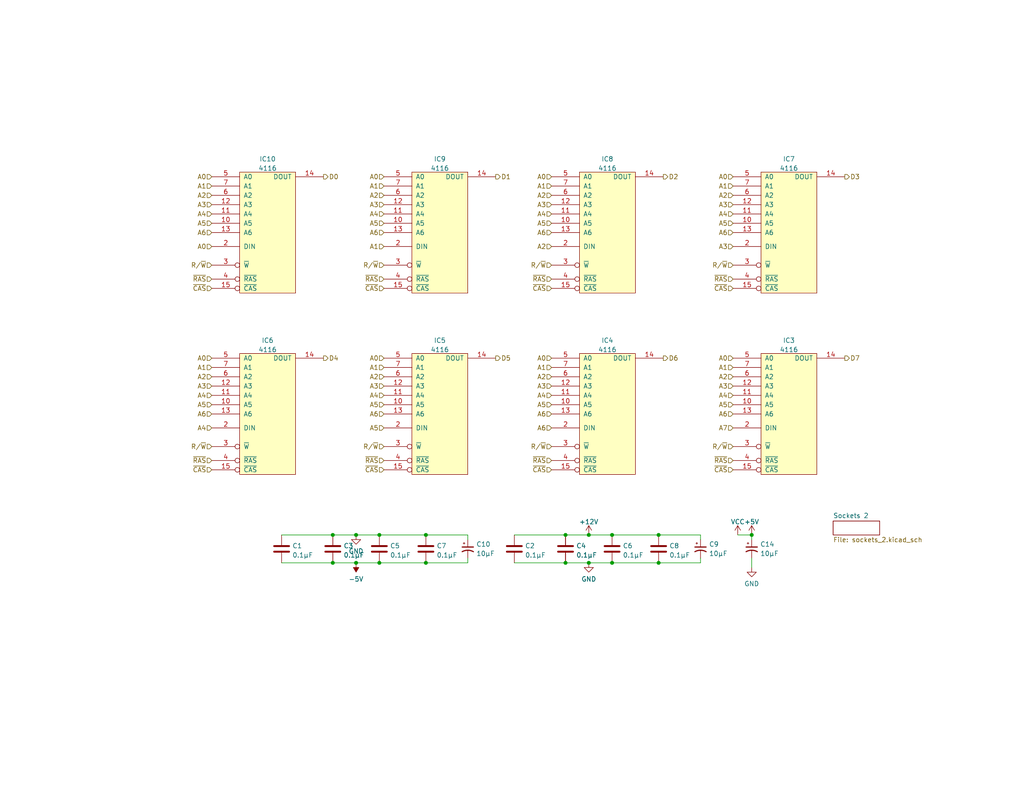
<source format=kicad_sch>
(kicad_sch (version 20211123) (generator eeschema)

  (uuid a003131e-2337-4413-9b73-dd743a18e35a)

  (paper "USLetter")

  (title_block
    (date "2022-11-20")
    (comment 3 "Color Graphics\" by Steve Ciarcia, Byte, August 1982")
    (comment 4 "Transcribed from \"High-Resolution Sprite-Oriented")
  )

  (lib_symbols
    (symbol "Device:C" (pin_numbers hide) (pin_names (offset 0.254)) (in_bom yes) (on_board yes)
      (property "Reference" "C" (id 0) (at 0.635 2.54 0)
        (effects (font (size 1.27 1.27)) (justify left))
      )
      (property "Value" "C" (id 1) (at 0.635 -2.54 0)
        (effects (font (size 1.27 1.27)) (justify left))
      )
      (property "Footprint" "" (id 2) (at 0.9652 -3.81 0)
        (effects (font (size 1.27 1.27)) hide)
      )
      (property "Datasheet" "~" (id 3) (at 0 0 0)
        (effects (font (size 1.27 1.27)) hide)
      )
      (property "ki_keywords" "cap capacitor" (id 4) (at 0 0 0)
        (effects (font (size 1.27 1.27)) hide)
      )
      (property "ki_description" "Unpolarized capacitor" (id 5) (at 0 0 0)
        (effects (font (size 1.27 1.27)) hide)
      )
      (property "ki_fp_filters" "C_*" (id 6) (at 0 0 0)
        (effects (font (size 1.27 1.27)) hide)
      )
      (symbol "C_0_1"
        (polyline
          (pts
            (xy -2.032 -0.762)
            (xy 2.032 -0.762)
          )
          (stroke (width 0.508) (type default) (color 0 0 0 0))
          (fill (type none))
        )
        (polyline
          (pts
            (xy -2.032 0.762)
            (xy 2.032 0.762)
          )
          (stroke (width 0.508) (type default) (color 0 0 0 0))
          (fill (type none))
        )
      )
      (symbol "C_1_1"
        (pin passive line (at 0 3.81 270) (length 2.794)
          (name "~" (effects (font (size 1.27 1.27))))
          (number "1" (effects (font (size 1.27 1.27))))
        )
        (pin passive line (at 0 -3.81 90) (length 2.794)
          (name "~" (effects (font (size 1.27 1.27))))
          (number "2" (effects (font (size 1.27 1.27))))
        )
      )
    )
    (symbol "Device:C_Polarized_Small_US" (pin_numbers hide) (pin_names (offset 0.254) hide) (in_bom yes) (on_board yes)
      (property "Reference" "C" (id 0) (at 0.254 1.778 0)
        (effects (font (size 1.27 1.27)) (justify left))
      )
      (property "Value" "C_Polarized_Small_US" (id 1) (at 0.254 -2.032 0)
        (effects (font (size 1.27 1.27)) (justify left))
      )
      (property "Footprint" "" (id 2) (at 0 0 0)
        (effects (font (size 1.27 1.27)) hide)
      )
      (property "Datasheet" "~" (id 3) (at 0 0 0)
        (effects (font (size 1.27 1.27)) hide)
      )
      (property "ki_keywords" "cap capacitor" (id 4) (at 0 0 0)
        (effects (font (size 1.27 1.27)) hide)
      )
      (property "ki_description" "Polarized capacitor, small US symbol" (id 5) (at 0 0 0)
        (effects (font (size 1.27 1.27)) hide)
      )
      (property "ki_fp_filters" "CP_*" (id 6) (at 0 0 0)
        (effects (font (size 1.27 1.27)) hide)
      )
      (symbol "C_Polarized_Small_US_0_1"
        (polyline
          (pts
            (xy -1.524 0.508)
            (xy 1.524 0.508)
          )
          (stroke (width 0.3048) (type default) (color 0 0 0 0))
          (fill (type none))
        )
        (polyline
          (pts
            (xy -1.27 1.524)
            (xy -0.762 1.524)
          )
          (stroke (width 0) (type default) (color 0 0 0 0))
          (fill (type none))
        )
        (polyline
          (pts
            (xy -1.016 1.27)
            (xy -1.016 1.778)
          )
          (stroke (width 0) (type default) (color 0 0 0 0))
          (fill (type none))
        )
        (arc (start 1.524 -0.762) (mid 0 -0.3734) (end -1.524 -0.762)
          (stroke (width 0.3048) (type default) (color 0 0 0 0))
          (fill (type none))
        )
      )
      (symbol "C_Polarized_Small_US_1_1"
        (pin passive line (at 0 2.54 270) (length 2.032)
          (name "~" (effects (font (size 1.27 1.27))))
          (number "1" (effects (font (size 1.27 1.27))))
        )
        (pin passive line (at 0 -2.54 90) (length 2.032)
          (name "~" (effects (font (size 1.27 1.27))))
          (number "2" (effects (font (size 1.27 1.27))))
        )
      )
    )
    (symbol "dram:4116" (pin_names (offset 1.016)) (in_bom yes) (on_board yes)
      (property "Reference" "U?" (id 0) (at 0 28.7274 0)
        (effects (font (size 1.27 1.27)))
      )
      (property "Value" "4116" (id 1) (at 0 26.416 0)
        (effects (font (size 1.27 1.27)))
      )
      (property "Footprint" "Package_DIP:DIP-16_W7.62mm_Socket" (id 2) (at 2.54 0 0)
        (effects (font (size 1.27 1.27)) hide)
      )
      (property "Datasheet" "https://www.petervis.com/Datasheets/4116_RAM/4116_RAM.html" (id 3) (at 2.54 0 0)
        (effects (font (size 1.27 1.27)) hide)
      )
      (property "ki_description" "16Kx1 DRAM" (id 4) (at 0 0 0)
        (effects (font (size 1.27 1.27)) hide)
      )
      (symbol "4116_0_0"
        (pin power_in line (at -2.54 24.13 270) (length 1.27) hide
          (name "-5V" (effects (font (size 1.27 1.27))))
          (number "1" (effects (font (size 1.27 1.27))))
        )
        (pin power_in line (at 0 -8.89 90) (length 1.27) hide
          (name "GND" (effects (font (size 1.27 1.27))))
          (number "16" (effects (font (size 1.27 1.27))))
        )
        (pin power_in line (at 2.54 24.13 270) (length 1.27) hide
          (name "+12V" (effects (font (size 1.27 1.27))))
          (number "8" (effects (font (size 1.27 1.27))))
        )
        (pin power_in line (at 0 24.13 270) (length 1.27) hide
          (name "VCC" (effects (font (size 1.27 1.27))))
          (number "9" (effects (font (size 1.27 1.27))))
        )
      )
      (symbol "4116_0_1"
        (rectangle (start -7.62 24.13) (end 7.62 -8.89)
          (stroke (width 0) (type default) (color 0 0 0 0))
          (fill (type background))
        )
      )
      (symbol "4116_1_1"
        (pin input line (at -15.24 10.16 0) (length 7.62)
          (name "A5" (effects (font (size 1.27 1.27))))
          (number "10" (effects (font (size 1.27 1.27))))
        )
        (pin input line (at -15.24 12.7 0) (length 7.62)
          (name "A4" (effects (font (size 1.27 1.27))))
          (number "11" (effects (font (size 1.27 1.27))))
        )
        (pin input line (at -15.24 15.24 0) (length 7.62)
          (name "A3" (effects (font (size 1.27 1.27))))
          (number "12" (effects (font (size 1.27 1.27))))
        )
        (pin input line (at -15.24 7.62 0) (length 7.62)
          (name "A6" (effects (font (size 1.27 1.27))))
          (number "13" (effects (font (size 1.27 1.27))))
        )
        (pin output line (at 15.24 22.86 180) (length 7.62)
          (name "DOUT" (effects (font (size 1.27 1.27))))
          (number "14" (effects (font (size 1.27 1.27))))
        )
        (pin input inverted (at -15.24 -7.62 0) (length 7.62)
          (name "~{CAS}" (effects (font (size 1.27 1.27))))
          (number "15" (effects (font (size 1.27 1.27))))
        )
        (pin input line (at -15.24 3.81 0) (length 7.62)
          (name "DIN" (effects (font (size 1.27 1.27))))
          (number "2" (effects (font (size 1.27 1.27))))
        )
        (pin input inverted (at -15.24 -1.27 0) (length 7.62)
          (name "~{W}" (effects (font (size 1.27 1.27))))
          (number "3" (effects (font (size 1.27 1.27))))
        )
        (pin input inverted (at -15.24 -5.08 0) (length 7.62)
          (name "~{RAS}" (effects (font (size 1.27 1.27))))
          (number "4" (effects (font (size 1.27 1.27))))
        )
        (pin input line (at -15.24 22.86 0) (length 7.62)
          (name "A0" (effects (font (size 1.27 1.27))))
          (number "5" (effects (font (size 1.27 1.27))))
        )
        (pin input line (at -15.24 17.78 0) (length 7.62)
          (name "A2" (effects (font (size 1.27 1.27))))
          (number "6" (effects (font (size 1.27 1.27))))
        )
        (pin input line (at -15.24 20.32 0) (length 7.62)
          (name "A1" (effects (font (size 1.27 1.27))))
          (number "7" (effects (font (size 1.27 1.27))))
        )
      )
    )
    (symbol "power:+12V" (power) (pin_names (offset 0)) (in_bom yes) (on_board yes)
      (property "Reference" "#PWR" (id 0) (at 0 -3.81 0)
        (effects (font (size 1.27 1.27)) hide)
      )
      (property "Value" "+12V" (id 1) (at 0 3.556 0)
        (effects (font (size 1.27 1.27)))
      )
      (property "Footprint" "" (id 2) (at 0 0 0)
        (effects (font (size 1.27 1.27)) hide)
      )
      (property "Datasheet" "" (id 3) (at 0 0 0)
        (effects (font (size 1.27 1.27)) hide)
      )
      (property "ki_keywords" "power-flag" (id 4) (at 0 0 0)
        (effects (font (size 1.27 1.27)) hide)
      )
      (property "ki_description" "Power symbol creates a global label with name \"+12V\"" (id 5) (at 0 0 0)
        (effects (font (size 1.27 1.27)) hide)
      )
      (symbol "+12V_0_1"
        (polyline
          (pts
            (xy -0.762 1.27)
            (xy 0 2.54)
          )
          (stroke (width 0) (type default) (color 0 0 0 0))
          (fill (type none))
        )
        (polyline
          (pts
            (xy 0 0)
            (xy 0 2.54)
          )
          (stroke (width 0) (type default) (color 0 0 0 0))
          (fill (type none))
        )
        (polyline
          (pts
            (xy 0 2.54)
            (xy 0.762 1.27)
          )
          (stroke (width 0) (type default) (color 0 0 0 0))
          (fill (type none))
        )
      )
      (symbol "+12V_1_1"
        (pin power_in line (at 0 0 90) (length 0) hide
          (name "+12V" (effects (font (size 1.27 1.27))))
          (number "1" (effects (font (size 1.27 1.27))))
        )
      )
    )
    (symbol "power:+5V" (power) (pin_names (offset 0)) (in_bom yes) (on_board yes)
      (property "Reference" "#PWR" (id 0) (at 0 -3.81 0)
        (effects (font (size 1.27 1.27)) hide)
      )
      (property "Value" "+5V" (id 1) (at 0 3.556 0)
        (effects (font (size 1.27 1.27)))
      )
      (property "Footprint" "" (id 2) (at 0 0 0)
        (effects (font (size 1.27 1.27)) hide)
      )
      (property "Datasheet" "" (id 3) (at 0 0 0)
        (effects (font (size 1.27 1.27)) hide)
      )
      (property "ki_keywords" "power-flag" (id 4) (at 0 0 0)
        (effects (font (size 1.27 1.27)) hide)
      )
      (property "ki_description" "Power symbol creates a global label with name \"+5V\"" (id 5) (at 0 0 0)
        (effects (font (size 1.27 1.27)) hide)
      )
      (symbol "+5V_0_1"
        (polyline
          (pts
            (xy -0.762 1.27)
            (xy 0 2.54)
          )
          (stroke (width 0) (type default) (color 0 0 0 0))
          (fill (type none))
        )
        (polyline
          (pts
            (xy 0 0)
            (xy 0 2.54)
          )
          (stroke (width 0) (type default) (color 0 0 0 0))
          (fill (type none))
        )
        (polyline
          (pts
            (xy 0 2.54)
            (xy 0.762 1.27)
          )
          (stroke (width 0) (type default) (color 0 0 0 0))
          (fill (type none))
        )
      )
      (symbol "+5V_1_1"
        (pin power_in line (at 0 0 90) (length 0) hide
          (name "+5V" (effects (font (size 1.27 1.27))))
          (number "1" (effects (font (size 1.27 1.27))))
        )
      )
    )
    (symbol "power:-5V" (power) (pin_names (offset 0)) (in_bom yes) (on_board yes)
      (property "Reference" "#PWR" (id 0) (at 0 2.54 0)
        (effects (font (size 1.27 1.27)) hide)
      )
      (property "Value" "-5V" (id 1) (at 0 3.81 0)
        (effects (font (size 1.27 1.27)))
      )
      (property "Footprint" "" (id 2) (at 0 0 0)
        (effects (font (size 1.27 1.27)) hide)
      )
      (property "Datasheet" "" (id 3) (at 0 0 0)
        (effects (font (size 1.27 1.27)) hide)
      )
      (property "ki_keywords" "power-flag" (id 4) (at 0 0 0)
        (effects (font (size 1.27 1.27)) hide)
      )
      (property "ki_description" "Power symbol creates a global label with name \"-5V\"" (id 5) (at 0 0 0)
        (effects (font (size 1.27 1.27)) hide)
      )
      (symbol "-5V_0_0"
        (pin power_in line (at 0 0 90) (length 0) hide
          (name "-5V" (effects (font (size 1.27 1.27))))
          (number "1" (effects (font (size 1.27 1.27))))
        )
      )
      (symbol "-5V_0_1"
        (polyline
          (pts
            (xy 0 0)
            (xy 0 1.27)
            (xy 0.762 1.27)
            (xy 0 2.54)
            (xy -0.762 1.27)
            (xy 0 1.27)
          )
          (stroke (width 0) (type default) (color 0 0 0 0))
          (fill (type outline))
        )
      )
    )
    (symbol "power:GND" (power) (pin_names (offset 0)) (in_bom yes) (on_board yes)
      (property "Reference" "#PWR" (id 0) (at 0 -6.35 0)
        (effects (font (size 1.27 1.27)) hide)
      )
      (property "Value" "GND" (id 1) (at 0 -3.81 0)
        (effects (font (size 1.27 1.27)))
      )
      (property "Footprint" "" (id 2) (at 0 0 0)
        (effects (font (size 1.27 1.27)) hide)
      )
      (property "Datasheet" "" (id 3) (at 0 0 0)
        (effects (font (size 1.27 1.27)) hide)
      )
      (property "ki_keywords" "power-flag" (id 4) (at 0 0 0)
        (effects (font (size 1.27 1.27)) hide)
      )
      (property "ki_description" "Power symbol creates a global label with name \"GND\" , ground" (id 5) (at 0 0 0)
        (effects (font (size 1.27 1.27)) hide)
      )
      (symbol "GND_0_1"
        (polyline
          (pts
            (xy 0 0)
            (xy 0 -1.27)
            (xy 1.27 -1.27)
            (xy 0 -2.54)
            (xy -1.27 -1.27)
            (xy 0 -1.27)
          )
          (stroke (width 0) (type default) (color 0 0 0 0))
          (fill (type none))
        )
      )
      (symbol "GND_1_1"
        (pin power_in line (at 0 0 270) (length 0) hide
          (name "GND" (effects (font (size 1.27 1.27))))
          (number "1" (effects (font (size 1.27 1.27))))
        )
      )
    )
    (symbol "power:VCC" (power) (pin_names (offset 0)) (in_bom yes) (on_board yes)
      (property "Reference" "#PWR" (id 0) (at 0 -3.81 0)
        (effects (font (size 1.27 1.27)) hide)
      )
      (property "Value" "VCC" (id 1) (at 0 3.81 0)
        (effects (font (size 1.27 1.27)))
      )
      (property "Footprint" "" (id 2) (at 0 0 0)
        (effects (font (size 1.27 1.27)) hide)
      )
      (property "Datasheet" "" (id 3) (at 0 0 0)
        (effects (font (size 1.27 1.27)) hide)
      )
      (property "ki_keywords" "power-flag" (id 4) (at 0 0 0)
        (effects (font (size 1.27 1.27)) hide)
      )
      (property "ki_description" "Power symbol creates a global label with name \"VCC\"" (id 5) (at 0 0 0)
        (effects (font (size 1.27 1.27)) hide)
      )
      (symbol "VCC_0_1"
        (polyline
          (pts
            (xy -0.762 1.27)
            (xy 0 2.54)
          )
          (stroke (width 0) (type default) (color 0 0 0 0))
          (fill (type none))
        )
        (polyline
          (pts
            (xy 0 0)
            (xy 0 2.54)
          )
          (stroke (width 0) (type default) (color 0 0 0 0))
          (fill (type none))
        )
        (polyline
          (pts
            (xy 0 2.54)
            (xy 0.762 1.27)
          )
          (stroke (width 0) (type default) (color 0 0 0 0))
          (fill (type none))
        )
      )
      (symbol "VCC_1_1"
        (pin power_in line (at 0 0 90) (length 0) hide
          (name "VCC" (effects (font (size 1.27 1.27))))
          (number "1" (effects (font (size 1.27 1.27))))
        )
      )
    )
  )

  (junction (at 97.155 146.05) (diameter 0) (color 0 0 0 0)
    (uuid 029bb92b-3873-4f89-abf0-5793b6c14aa6)
  )
  (junction (at 154.305 153.67) (diameter 0) (color 0 0 0 0)
    (uuid 14b3abcc-0c00-4b76-9d26-2194318cf295)
  )
  (junction (at 160.655 153.67) (diameter 0) (color 0 0 0 0)
    (uuid 182ffa29-c833-4c09-822b-66834123e1b8)
  )
  (junction (at 103.505 153.67) (diameter 0) (color 0 0 0 0)
    (uuid 1f8abd98-3793-497f-8b07-6ce23f8d11c1)
  )
  (junction (at 167.005 146.05) (diameter 0) (color 0 0 0 0)
    (uuid 81cb93b3-6855-4465-a5c4-65fab8dda090)
  )
  (junction (at 160.655 146.05) (diameter 0) (color 0 0 0 0)
    (uuid 89828c54-0f7e-4adf-abd5-c02e854111ce)
  )
  (junction (at 205.105 146.05) (diameter 0) (color 0 0 0 0)
    (uuid 8bc2402f-d369-4a76-954b-07f879b68d8e)
  )
  (junction (at 97.155 153.67) (diameter 0) (color 0 0 0 0)
    (uuid 8c3c1540-8275-4750-9e49-8e78e7212563)
  )
  (junction (at 179.705 153.67) (diameter 0) (color 0 0 0 0)
    (uuid 90490a8c-e8a6-4f71-94be-cb8e8b82af1f)
  )
  (junction (at 179.705 146.05) (diameter 0) (color 0 0 0 0)
    (uuid a2bc816b-70fc-43c3-a42a-bc02a6eef3ec)
  )
  (junction (at 90.805 146.05) (diameter 0) (color 0 0 0 0)
    (uuid b81c0ebe-1c64-41d6-9646-9bb643cef4c7)
  )
  (junction (at 90.805 153.67) (diameter 0) (color 0 0 0 0)
    (uuid c6345954-3f4f-40c4-8a22-9d927a92e478)
  )
  (junction (at 167.005 153.67) (diameter 0) (color 0 0 0 0)
    (uuid ca0bbb8c-7a5f-4a44-8b0e-fc0b1c9fa89a)
  )
  (junction (at 154.305 146.05) (diameter 0) (color 0 0 0 0)
    (uuid dabda7e0-b482-451c-98a8-467e5b3fad5d)
  )
  (junction (at 116.205 153.67) (diameter 0) (color 0 0 0 0)
    (uuid ddb883e1-f271-411a-a990-4751e6ac7bc1)
  )
  (junction (at 116.205 146.05) (diameter 0) (color 0 0 0 0)
    (uuid f80b3472-3a20-4ff0-a465-44c14df65bfe)
  )
  (junction (at 103.505 146.05) (diameter 0) (color 0 0 0 0)
    (uuid fd11dfc2-52a0-44a3-ae18-b2f38f030aff)
  )

  (wire (pts (xy 167.005 153.67) (xy 179.705 153.67))
    (stroke (width 0) (type default) (color 0 0 0 0))
    (uuid 02a5f550-3fbf-48f0-8dc0-237bdcb6868a)
  )
  (wire (pts (xy 179.705 146.05) (xy 191.135 146.05))
    (stroke (width 0) (type default) (color 0 0 0 0))
    (uuid 04d8ad9c-ee93-4438-834e-d6f2976a0cef)
  )
  (wire (pts (xy 116.205 153.67) (xy 127.635 153.67))
    (stroke (width 0) (type default) (color 0 0 0 0))
    (uuid 0b44b8ab-b141-4702-9cfb-82259c4a2bb3)
  )
  (wire (pts (xy 127.635 146.05) (xy 127.635 147.32))
    (stroke (width 0) (type default) (color 0 0 0 0))
    (uuid 23d8ae15-fb9e-4a6a-a7a8-307f6969b4c9)
  )
  (wire (pts (xy 116.205 146.05) (xy 127.635 146.05))
    (stroke (width 0) (type default) (color 0 0 0 0))
    (uuid 25bd11a0-0090-40dd-96f7-f0051d1bfd30)
  )
  (wire (pts (xy 205.105 152.4) (xy 205.105 154.94))
    (stroke (width 0) (type default) (color 0 0 0 0))
    (uuid 2b05607f-a4a0-4a70-84e2-2b6fc5c5dd33)
  )
  (wire (pts (xy 160.655 153.67) (xy 167.005 153.67))
    (stroke (width 0) (type default) (color 0 0 0 0))
    (uuid 3a1afa92-8f09-49ff-8697-82de9dc92e78)
  )
  (wire (pts (xy 97.155 146.05) (xy 103.505 146.05))
    (stroke (width 0) (type default) (color 0 0 0 0))
    (uuid 411b07e1-be47-4b28-a3de-5b3f622dc8db)
  )
  (wire (pts (xy 191.135 153.67) (xy 191.135 152.4))
    (stroke (width 0) (type default) (color 0 0 0 0))
    (uuid 4400a6f0-cf8f-400b-bca3-199b7d27ef89)
  )
  (wire (pts (xy 103.505 146.05) (xy 116.205 146.05))
    (stroke (width 0) (type default) (color 0 0 0 0))
    (uuid 452b956b-5f6e-41bd-90ea-2ed078acd81a)
  )
  (wire (pts (xy 154.305 146.05) (xy 160.655 146.05))
    (stroke (width 0) (type default) (color 0 0 0 0))
    (uuid 4cbfb57a-4ef3-4c90-a856-11b9f7a00850)
  )
  (wire (pts (xy 191.135 146.05) (xy 191.135 147.32))
    (stroke (width 0) (type default) (color 0 0 0 0))
    (uuid 4d2fb093-c6b9-48ea-a26b-c978ea8dcfdb)
  )
  (wire (pts (xy 179.705 153.67) (xy 191.135 153.67))
    (stroke (width 0) (type default) (color 0 0 0 0))
    (uuid 561830ff-a2da-485e-bb3a-50d9153efc2a)
  )
  (wire (pts (xy 103.505 153.67) (xy 116.205 153.67))
    (stroke (width 0) (type default) (color 0 0 0 0))
    (uuid 6acd3ab1-b54a-4c1c-ab9e-48151e2f4771)
  )
  (wire (pts (xy 97.155 153.67) (xy 103.505 153.67))
    (stroke (width 0) (type default) (color 0 0 0 0))
    (uuid 71ab1aa5-4749-47e9-9b7a-6bb0ab62fd90)
  )
  (wire (pts (xy 167.005 146.05) (xy 179.705 146.05))
    (stroke (width 0) (type default) (color 0 0 0 0))
    (uuid 91d9b7a9-55e8-405c-9ad7-0cb3474e95c9)
  )
  (wire (pts (xy 90.805 146.05) (xy 97.155 146.05))
    (stroke (width 0) (type default) (color 0 0 0 0))
    (uuid 93c1c592-9547-4c6b-a036-e33aa5821ed7)
  )
  (wire (pts (xy 205.105 146.05) (xy 205.105 147.32))
    (stroke (width 0) (type default) (color 0 0 0 0))
    (uuid 9be348b6-aef9-4244-b4b6-f4be372a618f)
  )
  (wire (pts (xy 90.805 153.67) (xy 97.155 153.67))
    (stroke (width 0) (type default) (color 0 0 0 0))
    (uuid a5b976d1-9356-472d-8ab2-d39e6eaa21d5)
  )
  (wire (pts (xy 140.335 153.67) (xy 154.305 153.67))
    (stroke (width 0) (type default) (color 0 0 0 0))
    (uuid ae0fcb8a-2294-4b85-9d17-57cc9cb110eb)
  )
  (wire (pts (xy 76.835 146.05) (xy 90.805 146.05))
    (stroke (width 0) (type default) (color 0 0 0 0))
    (uuid b65b082e-dd93-47a7-b1ab-63f5424ffed0)
  )
  (wire (pts (xy 154.305 153.67) (xy 160.655 153.67))
    (stroke (width 0) (type default) (color 0 0 0 0))
    (uuid b92f4d2e-4cd4-462a-9fd2-146e1fe389f8)
  )
  (wire (pts (xy 160.655 146.05) (xy 167.005 146.05))
    (stroke (width 0) (type default) (color 0 0 0 0))
    (uuid c930fd11-db80-456c-82bf-f2cbae18ace1)
  )
  (wire (pts (xy 127.635 153.67) (xy 127.635 152.4))
    (stroke (width 0) (type default) (color 0 0 0 0))
    (uuid cf7d903b-3550-4e7b-98d8-c4ba1c5f7271)
  )
  (wire (pts (xy 140.335 146.05) (xy 154.305 146.05))
    (stroke (width 0) (type default) (color 0 0 0 0))
    (uuid e206bf6c-c90d-4f37-975f-be1abc8eda52)
  )
  (wire (pts (xy 201.295 146.05) (xy 205.105 146.05))
    (stroke (width 0) (type default) (color 0 0 0 0))
    (uuid f1e0fdd2-0af0-4ae1-9d56-2e1aec4c5dd2)
  )
  (wire (pts (xy 76.835 153.67) (xy 90.805 153.67))
    (stroke (width 0) (type default) (color 0 0 0 0))
    (uuid f5023287-0aae-422f-a01c-adb024b24a77)
  )

  (hierarchical_label "A1" (shape input) (at 200.025 100.33 180)
    (effects (font (size 1.27 1.27)) (justify right))
    (uuid 035bef77-50ad-4a8d-a999-b53fd17a786a)
  )
  (hierarchical_label "D3" (shape output) (at 230.505 48.26 0)
    (effects (font (size 1.27 1.27)) (justify left))
    (uuid 03629a48-7cc3-4921-9be0-1e9ce2b37f74)
  )
  (hierarchical_label "D1" (shape output) (at 135.255 48.26 0)
    (effects (font (size 1.27 1.27)) (justify left))
    (uuid 0554b9f4-9ecd-486a-ad2e-7dc5edd40f48)
  )
  (hierarchical_label "A6" (shape input) (at 57.785 113.03 180)
    (effects (font (size 1.27 1.27)) (justify right))
    (uuid 0652051b-6b6b-4763-927e-9624de5b4e4b)
  )
  (hierarchical_label "~{RAS}" (shape input) (at 200.025 125.73 180)
    (effects (font (size 1.27 1.27)) (justify right))
    (uuid 0666972c-ed0d-4327-b855-b2815b5ba0e0)
  )
  (hierarchical_label "~{RAS}" (shape input) (at 57.785 125.73 180)
    (effects (font (size 1.27 1.27)) (justify right))
    (uuid 0b8b06e8-6c30-44a8-a5f5-af0c0c3418e8)
  )
  (hierarchical_label "A4" (shape input) (at 57.785 116.84 180)
    (effects (font (size 1.27 1.27)) (justify right))
    (uuid 0bb028f9-05d0-41f2-a937-6bac7b27c848)
  )
  (hierarchical_label "A5" (shape input) (at 150.495 110.49 180)
    (effects (font (size 1.27 1.27)) (justify right))
    (uuid 0d3fa658-57c8-4efb-8775-580b2ff470e8)
  )
  (hierarchical_label "~{CAS}" (shape input) (at 57.785 128.27 180)
    (effects (font (size 1.27 1.27)) (justify right))
    (uuid 0d55166d-390e-48f3-a658-fc574b250dd5)
  )
  (hierarchical_label "A0" (shape input) (at 104.775 97.79 180)
    (effects (font (size 1.27 1.27)) (justify right))
    (uuid 0d8fe54d-8b10-45fd-8057-677fe824c0aa)
  )
  (hierarchical_label "A3" (shape input) (at 57.785 105.41 180)
    (effects (font (size 1.27 1.27)) (justify right))
    (uuid 0f559561-ba74-4cae-9bb1-52720346bdee)
  )
  (hierarchical_label "A5" (shape input) (at 104.775 110.49 180)
    (effects (font (size 1.27 1.27)) (justify right))
    (uuid 0ff54bfc-231c-4f98-b28d-e073d7e56b31)
  )
  (hierarchical_label "A1" (shape input) (at 57.785 100.33 180)
    (effects (font (size 1.27 1.27)) (justify right))
    (uuid 1513c214-f865-4c3f-85cf-ef94d41e7d74)
  )
  (hierarchical_label "R{slash}~{W}" (shape input) (at 200.025 72.39 180)
    (effects (font (size 1.27 1.27)) (justify right))
    (uuid 17b1c7ad-e8c0-4017-b8b8-a73757f2b929)
  )
  (hierarchical_label "A3" (shape input) (at 200.025 67.31 180)
    (effects (font (size 1.27 1.27)) (justify right))
    (uuid 18b2426e-c3fc-4f88-add0-96c4bc543009)
  )
  (hierarchical_label "A0" (shape input) (at 57.785 67.31 180)
    (effects (font (size 1.27 1.27)) (justify right))
    (uuid 1c1ad131-2658-42bf-85f0-42c4580fb39a)
  )
  (hierarchical_label "R{slash}~{W}" (shape input) (at 200.025 121.92 180)
    (effects (font (size 1.27 1.27)) (justify right))
    (uuid 2109a4a1-31be-4b27-b0e7-df65cd5a7967)
  )
  (hierarchical_label "A6" (shape input) (at 200.025 113.03 180)
    (effects (font (size 1.27 1.27)) (justify right))
    (uuid 25dbe887-9bfd-42af-b0e3-e67781158637)
  )
  (hierarchical_label "A2" (shape input) (at 104.775 102.87 180)
    (effects (font (size 1.27 1.27)) (justify right))
    (uuid 27c476a3-f6f6-4d20-bee4-bd8779da2f5c)
  )
  (hierarchical_label "R{slash}~{W}" (shape input) (at 150.495 72.39 180)
    (effects (font (size 1.27 1.27)) (justify right))
    (uuid 29211136-d7c9-4a41-ba21-0c730a697e6e)
  )
  (hierarchical_label "D4" (shape output) (at 88.265 97.79 0)
    (effects (font (size 1.27 1.27)) (justify left))
    (uuid 2db3137e-6f5e-4f77-bc30-c9d2afc1a930)
  )
  (hierarchical_label "A0" (shape input) (at 57.785 97.79 180)
    (effects (font (size 1.27 1.27)) (justify right))
    (uuid 31793e6c-a9dd-4f92-9773-af73739a437a)
  )
  (hierarchical_label "~{CAS}" (shape input) (at 104.775 78.74 180)
    (effects (font (size 1.27 1.27)) (justify right))
    (uuid 357076be-f774-4da9-9250-b10d7fd525a6)
  )
  (hierarchical_label "A6" (shape input) (at 57.785 63.5 180)
    (effects (font (size 1.27 1.27)) (justify right))
    (uuid 374a8d78-619b-46b4-878e-432f886520bc)
  )
  (hierarchical_label "D0" (shape output) (at 88.265 48.26 0)
    (effects (font (size 1.27 1.27)) (justify left))
    (uuid 37efd2a6-0262-41f3-bb18-e0e75e1e4b6c)
  )
  (hierarchical_label "A2" (shape input) (at 57.785 102.87 180)
    (effects (font (size 1.27 1.27)) (justify right))
    (uuid 3c4b5530-f27b-4c61-bd2d-5c91f7de9829)
  )
  (hierarchical_label "A3" (shape input) (at 150.495 55.88 180)
    (effects (font (size 1.27 1.27)) (justify right))
    (uuid 3e383816-9e73-4f1f-98e3-0eb913de7b4d)
  )
  (hierarchical_label "A4" (shape input) (at 150.495 58.42 180)
    (effects (font (size 1.27 1.27)) (justify right))
    (uuid 425c5016-b4d0-4306-a514-33df428fca73)
  )
  (hierarchical_label "~{RAS}" (shape input) (at 57.785 76.2 180)
    (effects (font (size 1.27 1.27)) (justify right))
    (uuid 4ab1146d-8670-481a-8dc5-e512309373ee)
  )
  (hierarchical_label "~{CAS}" (shape input) (at 104.775 128.27 180)
    (effects (font (size 1.27 1.27)) (justify right))
    (uuid 4c396373-a064-4784-81db-0588d3628055)
  )
  (hierarchical_label "A4" (shape input) (at 104.775 58.42 180)
    (effects (font (size 1.27 1.27)) (justify right))
    (uuid 4e65f5d2-d3ea-4846-be87-86e9484eee66)
  )
  (hierarchical_label "A1" (shape input) (at 104.775 67.31 180)
    (effects (font (size 1.27 1.27)) (justify right))
    (uuid 4f380cbe-116f-47c3-804e-7042a74c776e)
  )
  (hierarchical_label "A6" (shape input) (at 150.495 116.84 180)
    (effects (font (size 1.27 1.27)) (justify right))
    (uuid 51bad62d-33af-4805-ab42-1e726d9ec4ec)
  )
  (hierarchical_label "A6" (shape input) (at 104.775 113.03 180)
    (effects (font (size 1.27 1.27)) (justify right))
    (uuid 5326315d-8257-4bde-83d6-bd03cc7651f1)
  )
  (hierarchical_label "R{slash}~{W}" (shape input) (at 57.785 72.39 180)
    (effects (font (size 1.27 1.27)) (justify right))
    (uuid 56f95068-8f7d-4dee-8356-c8ed3f6f17b6)
  )
  (hierarchical_label "A0" (shape input) (at 104.775 48.26 180)
    (effects (font (size 1.27 1.27)) (justify right))
    (uuid 57396f32-592b-4f70-b333-18bae4636f68)
  )
  (hierarchical_label "A4" (shape input) (at 104.775 107.95 180)
    (effects (font (size 1.27 1.27)) (justify right))
    (uuid 583cbefd-69e4-4207-9ea4-c92673766b92)
  )
  (hierarchical_label "A1" (shape input) (at 57.785 50.8 180)
    (effects (font (size 1.27 1.27)) (justify right))
    (uuid 59148d90-da44-47aa-8006-32a73c63a805)
  )
  (hierarchical_label "A5" (shape input) (at 104.775 116.84 180)
    (effects (font (size 1.27 1.27)) (justify right))
    (uuid 5a25c31e-993b-4e53-b623-5ab4061ad481)
  )
  (hierarchical_label "~{RAS}" (shape input) (at 150.495 76.2 180)
    (effects (font (size 1.27 1.27)) (justify right))
    (uuid 60547244-eb52-4887-b465-7afcd16a478e)
  )
  (hierarchical_label "A1" (shape input) (at 104.775 100.33 180)
    (effects (font (size 1.27 1.27)) (justify right))
    (uuid 6140591b-e747-463e-86bc-4fca2bb25a33)
  )
  (hierarchical_label "~{CAS}" (shape input) (at 150.495 128.27 180)
    (effects (font (size 1.27 1.27)) (justify right))
    (uuid 61aeccde-b16a-46b8-bec2-ad06d517ad3d)
  )
  (hierarchical_label "A3" (shape input) (at 57.785 55.88 180)
    (effects (font (size 1.27 1.27)) (justify right))
    (uuid 61b890b1-c0d4-4d67-8c34-e7bb1c0ba303)
  )
  (hierarchical_label "A3" (shape input) (at 104.775 55.88 180)
    (effects (font (size 1.27 1.27)) (justify right))
    (uuid 61f3853d-978a-4808-87b1-d378859eb60b)
  )
  (hierarchical_label "A5" (shape input) (at 104.775 60.96 180)
    (effects (font (size 1.27 1.27)) (justify right))
    (uuid 635aabaa-a6f9-4482-a43c-a788d21dcb7d)
  )
  (hierarchical_label "A6" (shape input) (at 150.495 113.03 180)
    (effects (font (size 1.27 1.27)) (justify right))
    (uuid 678d9378-08e3-46ac-8b8f-ffe59356af45)
  )
  (hierarchical_label "D5" (shape output) (at 135.255 97.79 0)
    (effects (font (size 1.27 1.27)) (justify left))
    (uuid 69702f86-4a12-447b-88bd-9d27c23eb541)
  )
  (hierarchical_label "A0" (shape input) (at 150.495 97.79 180)
    (effects (font (size 1.27 1.27)) (justify right))
    (uuid 6a702053-4991-400a-a159-347d031e3123)
  )
  (hierarchical_label "~{RAS}" (shape input) (at 104.775 76.2 180)
    (effects (font (size 1.27 1.27)) (justify right))
    (uuid 6b855a12-a648-400e-87ae-0273b2a967e2)
  )
  (hierarchical_label "A2" (shape input) (at 150.495 102.87 180)
    (effects (font (size 1.27 1.27)) (justify right))
    (uuid 6e7b24c5-7b69-4478-bc45-8d58a04b2b6a)
  )
  (hierarchical_label "~{CAS}" (shape input) (at 57.785 78.74 180)
    (effects (font (size 1.27 1.27)) (justify right))
    (uuid 7bf6ca38-8dbe-4806-837c-47501c9a420a)
  )
  (hierarchical_label "~{RAS}" (shape input) (at 200.025 76.2 180)
    (effects (font (size 1.27 1.27)) (justify right))
    (uuid 80e3ab20-a30b-4664-bc20-183d072b88f1)
  )
  (hierarchical_label "A0" (shape input) (at 57.785 48.26 180)
    (effects (font (size 1.27 1.27)) (justify right))
    (uuid 85f574d1-fd47-4b71-91ee-8a38f9c470b3)
  )
  (hierarchical_label "A2" (shape input) (at 57.785 53.34 180)
    (effects (font (size 1.27 1.27)) (justify right))
    (uuid 89cb420e-6b00-40eb-8bb8-e7771a525895)
  )
  (hierarchical_label "A5" (shape input) (at 200.025 60.96 180)
    (effects (font (size 1.27 1.27)) (justify right))
    (uuid 8ac81b24-32b5-41a1-980c-2796c827636d)
  )
  (hierarchical_label "A4" (shape input) (at 200.025 58.42 180)
    (effects (font (size 1.27 1.27)) (justify right))
    (uuid 90298524-9f88-47fe-bc2f-3c0820219ad5)
  )
  (hierarchical_label "R{slash}~{W}" (shape input) (at 57.785 121.92 180)
    (effects (font (size 1.27 1.27)) (justify right))
    (uuid 9059e35c-51d5-426c-b68b-b4a74a7eb6af)
  )
  (hierarchical_label "~{RAS}" (shape input) (at 150.495 125.73 180)
    (effects (font (size 1.27 1.27)) (justify right))
    (uuid 90745dc9-6504-4b70-bd59-abc168e90bb5)
  )
  (hierarchical_label "R{slash}~{W}" (shape input) (at 150.495 121.92 180)
    (effects (font (size 1.27 1.27)) (justify right))
    (uuid 907fc7a2-9e42-4f7d-93ef-a3e1329ea3c4)
  )
  (hierarchical_label "A2" (shape input) (at 200.025 102.87 180)
    (effects (font (size 1.27 1.27)) (justify right))
    (uuid 92ef0f7a-9675-46d7-a635-16402a9347cd)
  )
  (hierarchical_label "A4" (shape input) (at 150.495 107.95 180)
    (effects (font (size 1.27 1.27)) (justify right))
    (uuid 9d174cec-3d1c-4de6-87d6-5fccbb524335)
  )
  (hierarchical_label "~{CAS}" (shape input) (at 200.025 78.74 180)
    (effects (font (size 1.27 1.27)) (justify right))
    (uuid a2789953-f01a-4dcb-8434-bac628ac830b)
  )
  (hierarchical_label "A5" (shape input) (at 57.785 110.49 180)
    (effects (font (size 1.27 1.27)) (justify right))
    (uuid a30da112-3fad-4478-8fb7-3928bc488496)
  )
  (hierarchical_label "A4" (shape input) (at 57.785 107.95 180)
    (effects (font (size 1.27 1.27)) (justify right))
    (uuid a3a9eca2-2276-46a0-82c0-c1a58cc5562a)
  )
  (hierarchical_label "R{slash}~{W}" (shape input) (at 104.775 72.39 180)
    (effects (font (size 1.27 1.27)) (justify right))
    (uuid a5306915-14fe-4108-bca5-62df97830f7f)
  )
  (hierarchical_label "A1" (shape input) (at 200.025 50.8 180)
    (effects (font (size 1.27 1.27)) (justify right))
    (uuid a9468a44-3e15-4705-9a18-e61448c36300)
  )
  (hierarchical_label "A3" (shape input) (at 104.775 105.41 180)
    (effects (font (size 1.27 1.27)) (justify right))
    (uuid a9b9e75e-dfe5-41b0-82b0-fd157181fed1)
  )
  (hierarchical_label "A1" (shape input) (at 150.495 100.33 180)
    (effects (font (size 1.27 1.27)) (justify right))
    (uuid ac4d7cea-366c-4657-a28c-827449d41db7)
  )
  (hierarchical_label "A2" (shape input) (at 150.495 67.31 180)
    (effects (font (size 1.27 1.27)) (justify right))
    (uuid af5cd549-1e65-4ed7-b6f8-7022e6ab8a88)
  )
  (hierarchical_label "~{CAS}" (shape input) (at 150.495 78.74 180)
    (effects (font (size 1.27 1.27)) (justify right))
    (uuid b03adc50-d5d4-45ee-b60d-d4618cb14420)
  )
  (hierarchical_label "A4" (shape input) (at 200.025 107.95 180)
    (effects (font (size 1.27 1.27)) (justify right))
    (uuid b2bb080f-1692-4402-af80-cc7775795c87)
  )
  (hierarchical_label "A3" (shape input) (at 200.025 55.88 180)
    (effects (font (size 1.27 1.27)) (justify right))
    (uuid b3b9b308-2f9d-4a3f-9e35-a13473c25aa1)
  )
  (hierarchical_label "A2" (shape input) (at 104.775 53.34 180)
    (effects (font (size 1.27 1.27)) (justify right))
    (uuid b475fbe7-d6bf-47cf-a018-78f04a928c03)
  )
  (hierarchical_label "R{slash}~{W}" (shape input) (at 104.775 121.92 180)
    (effects (font (size 1.27 1.27)) (justify right))
    (uuid bdd567f1-278f-4ff6-bc72-1aa7ec908c26)
  )
  (hierarchical_label "A7" (shape input) (at 200.025 116.84 180)
    (effects (font (size 1.27 1.27)) (justify right))
    (uuid be8a66de-fe3b-43a1-b38a-cda5c5230882)
  )
  (hierarchical_label "A2" (shape input) (at 150.495 53.34 180)
    (effects (font (size 1.27 1.27)) (justify right))
    (uuid befd0d94-01bb-477f-80b5-0fdcb7fec077)
  )
  (hierarchical_label "D7" (shape output) (at 230.505 97.79 0)
    (effects (font (size 1.27 1.27)) (justify left))
    (uuid c197a3bf-80f8-4c7c-b9d4-456ef92d876b)
  )
  (hierarchical_label "A0" (shape input) (at 150.495 48.26 180)
    (effects (font (size 1.27 1.27)) (justify right))
    (uuid c1bf5b7c-617a-4359-bdaa-876a0881868e)
  )
  (hierarchical_label "A5" (shape input) (at 57.785 60.96 180)
    (effects (font (size 1.27 1.27)) (justify right))
    (uuid c28f125d-e2cd-4228-a6bd-d75efe95b875)
  )
  (hierarchical_label "D6" (shape output) (at 180.975 97.79 0)
    (effects (font (size 1.27 1.27)) (justify left))
    (uuid c4112cc1-8798-469e-b64b-1809cb917530)
  )
  (hierarchical_label "A6" (shape input) (at 150.495 63.5 180)
    (effects (font (size 1.27 1.27)) (justify right))
    (uuid c811261c-f0cd-4fe2-bc7b-7be1e601cdc8)
  )
  (hierarchical_label "A1" (shape input) (at 104.775 50.8 180)
    (effects (font (size 1.27 1.27)) (justify right))
    (uuid d1551281-0401-418c-9bba-45e4eeb3857b)
  )
  (hierarchical_label "A6" (shape input) (at 104.775 63.5 180)
    (effects (font (size 1.27 1.27)) (justify right))
    (uuid d15d1f58-69dd-428b-b608-ff20b6824707)
  )
  (hierarchical_label "A6" (shape input) (at 200.025 63.5 180)
    (effects (font (size 1.27 1.27)) (justify right))
    (uuid d1d4d5d8-cca5-4de1-99b1-08f71fb3ea1f)
  )
  (hierarchical_label "A2" (shape input) (at 200.025 53.34 180)
    (effects (font (size 1.27 1.27)) (justify right))
    (uuid d63d99da-9ce2-4001-9a2f-a843bb14a8f5)
  )
  (hierarchical_label "A5" (shape input) (at 200.025 110.49 180)
    (effects (font (size 1.27 1.27)) (justify right))
    (uuid d65d9cbb-e4c5-4aa6-b56d-72f8202222e8)
  )
  (hierarchical_label "~{RAS}" (shape input) (at 104.775 125.73 180)
    (effects (font (size 1.27 1.27)) (justify right))
    (uuid dd45f9af-8f73-46f3-bdcb-644f41fe54de)
  )
  (hierarchical_label "A3" (shape input) (at 200.025 105.41 180)
    (effects (font (size 1.27 1.27)) (justify right))
    (uuid e01d11ab-1fef-4665-a84d-112fcc9aa555)
  )
  (hierarchical_label "A3" (shape input) (at 150.495 105.41 180)
    (effects (font (size 1.27 1.27)) (justify right))
    (uuid e26b35f3-1e39-48a8-93de-ebbbb55ff692)
  )
  (hierarchical_label "A0" (shape input) (at 200.025 48.26 180)
    (effects (font (size 1.27 1.27)) (justify right))
    (uuid e7f1e4e6-5c82-4035-bd2c-e3274c961c21)
  )
  (hierarchical_label "~{CAS}" (shape input) (at 200.025 128.27 180)
    (effects (font (size 1.27 1.27)) (justify right))
    (uuid f261c753-e2b9-4f39-8a0e-8a41afe83d12)
  )
  (hierarchical_label "A0" (shape input) (at 200.025 97.79 180)
    (effects (font (size 1.27 1.27)) (justify right))
    (uuid f54360aa-da04-40d7-a3a0-74d44bffc7ca)
  )
  (hierarchical_label "A5" (shape input) (at 150.495 60.96 180)
    (effects (font (size 1.27 1.27)) (justify right))
    (uuid f588af58-11a1-41c8-bf3e-c2739f2b9bd2)
  )
  (hierarchical_label "A1" (shape input) (at 150.495 50.8 180)
    (effects (font (size 1.27 1.27)) (justify right))
    (uuid f7fae25f-359b-4a2f-9f41-e8df7eb1c815)
  )
  (hierarchical_label "A4" (shape input) (at 57.785 58.42 180)
    (effects (font (size 1.27 1.27)) (justify right))
    (uuid f9857a6b-cc58-4854-afe2-7edbdab52589)
  )
  (hierarchical_label "D2" (shape output) (at 180.975 48.26 0)
    (effects (font (size 1.27 1.27)) (justify left))
    (uuid fc2e25a2-1cd3-48b4-bef0-02bfa84cd96e)
  )

  (symbol (lib_id "Device:C") (at 103.505 149.86 0) (unit 1)
    (in_bom yes) (on_board yes) (fields_autoplaced)
    (uuid 09d83872-38e7-4858-9fff-e89025316b53)
    (property "Reference" "C5" (id 0) (at 106.426 149.0253 0)
      (effects (font (size 1.27 1.27)) (justify left))
    )
    (property "Value" "0.1µF" (id 1) (at 106.426 151.5622 0)
      (effects (font (size 1.27 1.27)) (justify left))
    )
    (property "Footprint" "Capacitor_THT:C_Disc_D7.5mm_W2.5mm_P5.00mm" (id 2) (at 104.4702 153.67 0)
      (effects (font (size 1.27 1.27)) hide)
    )
    (property "Datasheet" "https://connect.kemet.com:7667/gateway/IntelliData-ComponentDocumentation/1.0/download/datasheet/C315C104M5U5TA" (id 3) (at 103.505 149.86 0)
      (effects (font (size 1.27 1.27)) hide)
    )
    (property "MPN" "C315C104M5U5TA" (id 4) (at 103.505 149.86 0)
      (effects (font (size 1.27 1.27)) hide)
    )
    (property "Manufacturer" "KEMET" (id 5) (at 103.505 149.86 0)
      (effects (font (size 1.27 1.27)) hide)
    )
    (property "DigiKey_SKU" "399-4151-ND" (id 7) (at 103.505 149.86 0)
      (effects (font (size 1.27 1.27)) hide)
    )
    (pin "1" (uuid 1c589413-f2a0-4971-8c34-a2076c4fdd2c))
    (pin "2" (uuid 8260d024-1602-4ea5-8aac-f9e5a494460d))
  )

  (symbol (lib_id "dram:4116") (at 120.015 71.12 0) (unit 1)
    (in_bom yes) (on_board yes) (fields_autoplaced)
    (uuid 10f57824-0ca9-44f3-ad5f-8dce8dcccd4e)
    (property "Reference" "IC9" (id 0) (at 120.015 43.4172 0))
    (property "Value" "4116" (id 1) (at 120.015 45.9541 0))
    (property "Footprint" "Package_DIP:DIP-16_W7.62mm_Socket" (id 2) (at 122.555 71.12 0)
      (effects (font (size 1.27 1.27)) hide)
    )
    (property "Datasheet" "https://www.jameco.com/Jameco/Products/ProdDS/41339TI.pdf" (id 3) (at 122.555 71.12 0)
      (effects (font (size 1.27 1.27)) hide)
    )
    (property "MPN" "TMS4116" (id 4) (at 120.015 71.12 0)
      (effects (font (size 1.27 1.27)) hide)
    )
    (property "Manufacturer" "Texas Instruments" (id 5) (at 120.015 71.12 0)
      (effects (font (size 1.27 1.27)) hide)
    )
    (property "Other_Vendor" "Jameco" (id 6) (at 120.015 71.12 0)
      (effects (font (size 1.27 1.27)) hide)
    )
    (property "Other_Vendor_SKU" "41339" (id 7) (at 120.015 71.12 0)
      (effects (font (size 1.27 1.27)) hide)
    )
    (pin "1" (uuid 2732f9ff-42b4-474e-9d33-4afd78f0b895))
    (pin "16" (uuid 2f8faaea-20db-4781-a54f-8ee5903e9613))
    (pin "8" (uuid c083647a-ee04-41ad-b608-1ab3bc9fa096))
    (pin "9" (uuid 6baf5558-b0df-499c-9fbc-7111335b96f5))
    (pin "10" (uuid e198f61d-9d18-4740-ac2f-3af5547c81db))
    (pin "11" (uuid 9b72d4b6-7ece-48bc-b721-d88990d2ab54))
    (pin "12" (uuid a2637afb-fd80-421f-a1c4-4613cee339cd))
    (pin "13" (uuid 7bc8b07d-3ef2-4753-a19d-89a20a7eb636))
    (pin "14" (uuid 017c46da-eb44-4a1d-8954-e46cc24ef753))
    (pin "15" (uuid 33c911ff-521e-4da9-876f-c21926d4914d))
    (pin "2" (uuid 1587a77e-d6cc-474e-93b8-ddce54a608a9))
    (pin "3" (uuid e3be85f8-2ad6-465a-a2b5-9608143528a7))
    (pin "4" (uuid a638a89c-379a-4900-9408-86820ef2f9ed))
    (pin "5" (uuid 3502801b-8b8e-404a-b058-3fe04d6a6342))
    (pin "6" (uuid 0f45bc8f-27b4-4cb4-bf76-a7edbbb7244b))
    (pin "7" (uuid 57455b40-ba74-4166-83d7-91b19f626a9a))
  )

  (symbol (lib_id "Device:C") (at 140.335 149.86 0) (unit 1)
    (in_bom yes) (on_board yes) (fields_autoplaced)
    (uuid 22cec02e-77d2-46c1-9664-66f345ae10e9)
    (property "Reference" "C2" (id 0) (at 143.256 149.0253 0)
      (effects (font (size 1.27 1.27)) (justify left))
    )
    (property "Value" "0.1µF" (id 1) (at 143.256 151.5622 0)
      (effects (font (size 1.27 1.27)) (justify left))
    )
    (property "Footprint" "Capacitor_THT:C_Disc_D7.5mm_W2.5mm_P5.00mm" (id 2) (at 141.3002 153.67 0)
      (effects (font (size 1.27 1.27)) hide)
    )
    (property "Datasheet" "https://connect.kemet.com:7667/gateway/IntelliData-ComponentDocumentation/1.0/download/datasheet/C315C104M5U5TA" (id 3) (at 140.335 149.86 0)
      (effects (font (size 1.27 1.27)) hide)
    )
    (property "MPN" "C315C104M5U5TA" (id 4) (at 140.335 149.86 0)
      (effects (font (size 1.27 1.27)) hide)
    )
    (property "Manufacturer" "KEMET" (id 5) (at 140.335 149.86 0)
      (effects (font (size 1.27 1.27)) hide)
    )
    (property "DigiKey_SKU" "399-4151-ND" (id 7) (at 140.335 149.86 0)
      (effects (font (size 1.27 1.27)) hide)
    )
    (pin "1" (uuid eeaf1c19-507c-4df5-9589-56cb4361361b))
    (pin "2" (uuid 8957d7bf-cc62-4af0-a750-406c73551235))
  )

  (symbol (lib_id "power:+5V") (at 205.105 146.05 0) (unit 1)
    (in_bom yes) (on_board yes) (fields_autoplaced)
    (uuid 27a57bcc-fe0d-41cb-a619-258283c8d3fa)
    (property "Reference" "#PWR0116" (id 0) (at 205.105 149.86 0)
      (effects (font (size 1.27 1.27)) hide)
    )
    (property "Value" "+5V" (id 1) (at 205.105 142.4742 0))
    (property "Footprint" "" (id 2) (at 205.105 146.05 0)
      (effects (font (size 1.27 1.27)) hide)
    )
    (property "Datasheet" "" (id 3) (at 205.105 146.05 0)
      (effects (font (size 1.27 1.27)) hide)
    )
    (pin "1" (uuid 506a5078-b2d2-4506-8c98-2fcccc556e97))
  )

  (symbol (lib_id "Device:C_Polarized_Small_US") (at 127.635 149.86 0) (unit 1)
    (in_bom yes) (on_board yes) (fields_autoplaced)
    (uuid 29315e3b-9eef-4365-be84-9529781aae53)
    (property "Reference" "C10" (id 0) (at 129.9464 148.5935 0)
      (effects (font (size 1.27 1.27)) (justify left))
    )
    (property "Value" "10µF" (id 1) (at 129.9464 151.1304 0)
      (effects (font (size 1.27 1.27)) (justify left))
    )
    (property "Footprint" "Capacitor_THT:CP_Radial_D5.0mm_P2.00mm" (id 2) (at 127.635 149.86 0)
      (effects (font (size 1.27 1.27)) hide)
    )
    (property "Datasheet" "https://industrial.panasonic.com/ww/products/pt/aluminum-cap-lead/models/ECEA1EKS100" (id 3) (at 127.635 149.86 0)
      (effects (font (size 1.27 1.27)) hide)
    )
    (property "MPN" "ECE-A1EKS100" (id 4) (at 127.635 149.86 0)
      (effects (font (size 1.27 1.27)) hide)
    )
    (property "Manufacturer" "Panasonic Electronic Components" (id 5) (at 127.635 149.86 0)
      (effects (font (size 1.27 1.27)) hide)
    )
    (property "DigiKey_SKU" "P975-ND" (id 7) (at 127.635 149.86 0)
      (effects (font (size 1.27 1.27)) hide)
    )
    (pin "1" (uuid d219ac3f-e05d-4162-83c5-5a01ab3d2b32))
    (pin "2" (uuid 38971e50-eb16-4a9b-aa84-9b76ab999bf0))
  )

  (symbol (lib_id "Device:C") (at 76.835 149.86 0) (unit 1)
    (in_bom yes) (on_board yes) (fields_autoplaced)
    (uuid 32c4cd6c-37a7-4540-b56a-923c83d04a02)
    (property "Reference" "C1" (id 0) (at 79.756 149.0253 0)
      (effects (font (size 1.27 1.27)) (justify left))
    )
    (property "Value" "0.1µF" (id 1) (at 79.756 151.5622 0)
      (effects (font (size 1.27 1.27)) (justify left))
    )
    (property "Footprint" "Capacitor_THT:C_Disc_D7.5mm_W2.5mm_P5.00mm" (id 2) (at 77.8002 153.67 0)
      (effects (font (size 1.27 1.27)) hide)
    )
    (property "Datasheet" "https://connect.kemet.com:7667/gateway/IntelliData-ComponentDocumentation/1.0/download/datasheet/C315C104M5U5TA" (id 3) (at 76.835 149.86 0)
      (effects (font (size 1.27 1.27)) hide)
    )
    (property "MPN" "C315C104M5U5TA" (id 4) (at 76.835 149.86 0)
      (effects (font (size 1.27 1.27)) hide)
    )
    (property "Manufacturer" "KEMET" (id 5) (at 76.835 149.86 0)
      (effects (font (size 1.27 1.27)) hide)
    )
    (property "DigiKey_SKU" "399-4151-ND" (id 7) (at 76.835 149.86 0)
      (effects (font (size 1.27 1.27)) hide)
    )
    (pin "1" (uuid c386279f-7eb3-4496-80fe-ff87c8e5a2fa))
    (pin "2" (uuid e464e75f-420f-4bf6-b10d-e754daa405c4))
  )

  (symbol (lib_id "dram:4116") (at 215.265 120.65 0) (unit 1)
    (in_bom yes) (on_board yes) (fields_autoplaced)
    (uuid 4e5f96d5-71c7-45c4-bad6-953214ec1fbb)
    (property "Reference" "IC3" (id 0) (at 215.265 92.9472 0))
    (property "Value" "4116" (id 1) (at 215.265 95.4841 0))
    (property "Footprint" "Package_DIP:DIP-16_W7.62mm_Socket" (id 2) (at 217.805 120.65 0)
      (effects (font (size 1.27 1.27)) hide)
    )
    (property "Datasheet" "https://www.jameco.com/Jameco/Products/ProdDS/41339TI.pdf" (id 3) (at 217.805 120.65 0)
      (effects (font (size 1.27 1.27)) hide)
    )
    (property "MPN" "TMS4116" (id 4) (at 215.265 120.65 0)
      (effects (font (size 1.27 1.27)) hide)
    )
    (property "Manufacturer" "Texas Instruments" (id 5) (at 215.265 120.65 0)
      (effects (font (size 1.27 1.27)) hide)
    )
    (property "Other_Vendor" "Jameco" (id 6) (at 215.265 120.65 0)
      (effects (font (size 1.27 1.27)) hide)
    )
    (property "Other_Vendor_SKU" "41339" (id 7) (at 215.265 120.65 0)
      (effects (font (size 1.27 1.27)) hide)
    )
    (pin "1" (uuid 1d9f3698-b4c6-49de-9bbb-bdae0076ac83))
    (pin "16" (uuid 6c4062c6-a3ab-46c6-9856-409a0d8f62b6))
    (pin "8" (uuid 5b5f7061-8a86-46f7-a5f8-d30c59f00cea))
    (pin "9" (uuid 65b0808a-3f35-4080-abc6-72a6ed59c5af))
    (pin "10" (uuid 675f0b1f-dfcd-4089-890c-bda97a640716))
    (pin "11" (uuid 50db0ba7-84ee-40f4-a552-1259fac62a4c))
    (pin "12" (uuid af0fa081-c6ee-4dab-90d5-9ecf91330762))
    (pin "13" (uuid fdb56394-26f0-4e91-bc66-2931ee293d50))
    (pin "14" (uuid b03bc5ab-af63-48c6-9afe-17ff476ea67a))
    (pin "15" (uuid 777d7719-8286-409a-83dc-2569dfb1545f))
    (pin "2" (uuid 9031118a-3b09-4648-8e01-a1e6eeefb2ed))
    (pin "3" (uuid 3d298ef6-d75e-43f1-84ab-b164fef4abc5))
    (pin "4" (uuid 4a833008-b9f4-43e1-87fd-3da36501d894))
    (pin "5" (uuid a68bc5a9-907b-4c83-ae2e-ad9757c4051e))
    (pin "6" (uuid 0955dc4f-2b73-4d7b-bb06-b69634007da1))
    (pin "7" (uuid 05324e46-7afe-41cc-b277-0ec3eff781dc))
  )

  (symbol (lib_id "Device:C") (at 90.805 149.86 0) (unit 1)
    (in_bom yes) (on_board yes) (fields_autoplaced)
    (uuid 54f312ca-a521-4eb1-9969-b38283b34f61)
    (property "Reference" "C3" (id 0) (at 93.726 149.0253 0)
      (effects (font (size 1.27 1.27)) (justify left))
    )
    (property "Value" "0.1µF" (id 1) (at 93.726 151.5622 0)
      (effects (font (size 1.27 1.27)) (justify left))
    )
    (property "Footprint" "Capacitor_THT:C_Disc_D7.5mm_W2.5mm_P5.00mm" (id 2) (at 91.7702 153.67 0)
      (effects (font (size 1.27 1.27)) hide)
    )
    (property "Datasheet" "https://connect.kemet.com:7667/gateway/IntelliData-ComponentDocumentation/1.0/download/datasheet/C315C104M5U5TA" (id 3) (at 90.805 149.86 0)
      (effects (font (size 1.27 1.27)) hide)
    )
    (property "MPN" "C315C104M5U5TA" (id 4) (at 90.805 149.86 0)
      (effects (font (size 1.27 1.27)) hide)
    )
    (property "Manufacturer" "KEMET" (id 5) (at 90.805 149.86 0)
      (effects (font (size 1.27 1.27)) hide)
    )
    (property "DigiKey_SKU" "399-4151-ND" (id 7) (at 90.805 149.86 0)
      (effects (font (size 1.27 1.27)) hide)
    )
    (pin "1" (uuid 1f3a0eab-9522-4393-bfb7-1f6ad1147d49))
    (pin "2" (uuid 14b9db4a-b19a-4a3e-9b24-827283827e42))
  )

  (symbol (lib_id "power:GND") (at 97.155 146.05 0) (unit 1)
    (in_bom yes) (on_board yes) (fields_autoplaced)
    (uuid 5d567f20-c078-43f9-aeea-55dab9b5e4a0)
    (property "Reference" "#PWR0112" (id 0) (at 97.155 152.4 0)
      (effects (font (size 1.27 1.27)) hide)
    )
    (property "Value" "GND" (id 1) (at 97.155 150.4934 0))
    (property "Footprint" "" (id 2) (at 97.155 146.05 0)
      (effects (font (size 1.27 1.27)) hide)
    )
    (property "Datasheet" "" (id 3) (at 97.155 146.05 0)
      (effects (font (size 1.27 1.27)) hide)
    )
    (pin "1" (uuid 324b10e5-c19b-4419-b02b-5940a8db7638))
  )

  (symbol (lib_id "power:-5V") (at 97.155 153.67 180) (unit 1)
    (in_bom yes) (on_board yes) (fields_autoplaced)
    (uuid 64ebfd56-0adf-4cca-9411-27f8b808d0c7)
    (property "Reference" "#PWR0113" (id 0) (at 97.155 156.21 0)
      (effects (font (size 1.27 1.27)) hide)
    )
    (property "Value" "-5V" (id 1) (at 97.155 158.1134 0))
    (property "Footprint" "" (id 2) (at 97.155 153.67 0)
      (effects (font (size 1.27 1.27)) hide)
    )
    (property "Datasheet" "" (id 3) (at 97.155 153.67 0)
      (effects (font (size 1.27 1.27)) hide)
    )
    (pin "1" (uuid 4b6f6bb3-f514-4e04-9b0d-115981459144))
  )

  (symbol (lib_id "power:VCC") (at 201.295 146.05 0) (unit 1)
    (in_bom yes) (on_board yes) (fields_autoplaced)
    (uuid 71921e1d-bfcd-480f-9dac-055f1f2f844c)
    (property "Reference" "#PWR0119" (id 0) (at 201.295 149.86 0)
      (effects (font (size 1.27 1.27)) hide)
    )
    (property "Value" "VCC" (id 1) (at 201.295 142.4742 0))
    (property "Footprint" "" (id 2) (at 201.295 146.05 0)
      (effects (font (size 1.27 1.27)) hide)
    )
    (property "Datasheet" "" (id 3) (at 201.295 146.05 0)
      (effects (font (size 1.27 1.27)) hide)
    )
    (pin "1" (uuid 23dd527b-329b-47d8-ab04-8c5f79c0f6af))
  )

  (symbol (lib_id "Device:C_Polarized_Small_US") (at 205.105 149.86 0) (unit 1)
    (in_bom yes) (on_board yes) (fields_autoplaced)
    (uuid 7738ba05-1897-45bb-839f-7514b449b324)
    (property "Reference" "C14" (id 0) (at 207.4164 148.5935 0)
      (effects (font (size 1.27 1.27)) (justify left))
    )
    (property "Value" "10µF" (id 1) (at 207.4164 151.1304 0)
      (effects (font (size 1.27 1.27)) (justify left))
    )
    (property "Footprint" "Capacitor_THT:CP_Radial_D5.0mm_P2.00mm" (id 2) (at 205.105 149.86 0)
      (effects (font (size 1.27 1.27)) hide)
    )
    (property "Datasheet" "https://industrial.panasonic.com/ww/products/pt/aluminum-cap-lead/models/ECEA1EKS100" (id 3) (at 205.105 149.86 0)
      (effects (font (size 1.27 1.27)) hide)
    )
    (property "MPN" "ECE-A1EKS100" (id 4) (at 205.105 149.86 0)
      (effects (font (size 1.27 1.27)) hide)
    )
    (property "Manufacturer" "Panasonic Electronic Components" (id 5) (at 205.105 149.86 0)
      (effects (font (size 1.27 1.27)) hide)
    )
    (property "DigiKey_SKU" "P975-ND" (id 7) (at 205.105 149.86 0)
      (effects (font (size 1.27 1.27)) hide)
    )
    (pin "1" (uuid 9b6760fa-7157-408d-b108-1dfb02e36416))
    (pin "2" (uuid c2acdcb1-4a37-4980-9e4b-2af0efd20b42))
  )

  (symbol (lib_id "Device:C_Polarized_Small_US") (at 191.135 149.86 0) (unit 1)
    (in_bom yes) (on_board yes) (fields_autoplaced)
    (uuid 7ba1c1b5-ed50-4d68-8efd-b38a175ee064)
    (property "Reference" "C9" (id 0) (at 193.4464 148.5935 0)
      (effects (font (size 1.27 1.27)) (justify left))
    )
    (property "Value" "10µF" (id 1) (at 193.4464 151.1304 0)
      (effects (font (size 1.27 1.27)) (justify left))
    )
    (property "Footprint" "Capacitor_THT:CP_Radial_D5.0mm_P2.00mm" (id 2) (at 191.135 149.86 0)
      (effects (font (size 1.27 1.27)) hide)
    )
    (property "Datasheet" "https://industrial.panasonic.com/ww/products/pt/aluminum-cap-lead/models/ECEA1EKS100" (id 3) (at 191.135 149.86 0)
      (effects (font (size 1.27 1.27)) hide)
    )
    (property "MPN" "ECE-A1EKS100" (id 4) (at 191.135 149.86 0)
      (effects (font (size 1.27 1.27)) hide)
    )
    (property "Manufacturer" "Panasonic Electronic Components" (id 5) (at 191.135 149.86 0)
      (effects (font (size 1.27 1.27)) hide)
    )
    (property "DigiKey_SKU" "P975-ND" (id 7) (at 191.135 149.86 0)
      (effects (font (size 1.27 1.27)) hide)
    )
    (pin "1" (uuid 557baf38-047a-4abb-89f8-b8bd1109a13d))
    (pin "2" (uuid bafc5372-ca9b-4736-a96b-7074313500e0))
  )

  (symbol (lib_id "Device:C") (at 179.705 149.86 0) (unit 1)
    (in_bom yes) (on_board yes) (fields_autoplaced)
    (uuid 82ee0ba1-3cd9-4578-ac11-955102db2642)
    (property "Reference" "C8" (id 0) (at 182.626 149.0253 0)
      (effects (font (size 1.27 1.27)) (justify left))
    )
    (property "Value" "0.1µF" (id 1) (at 182.626 151.5622 0)
      (effects (font (size 1.27 1.27)) (justify left))
    )
    (property "Footprint" "Capacitor_THT:C_Disc_D7.5mm_W2.5mm_P5.00mm" (id 2) (at 180.6702 153.67 0)
      (effects (font (size 1.27 1.27)) hide)
    )
    (property "Datasheet" "https://connect.kemet.com:7667/gateway/IntelliData-ComponentDocumentation/1.0/download/datasheet/C315C104M5U5TA" (id 3) (at 179.705 149.86 0)
      (effects (font (size 1.27 1.27)) hide)
    )
    (property "MPN" "C315C104M5U5TA" (id 4) (at 179.705 149.86 0)
      (effects (font (size 1.27 1.27)) hide)
    )
    (property "Manufacturer" "KEMET" (id 5) (at 179.705 149.86 0)
      (effects (font (size 1.27 1.27)) hide)
    )
    (property "DigiKey_SKU" "399-4151-ND" (id 7) (at 179.705 149.86 0)
      (effects (font (size 1.27 1.27)) hide)
    )
    (pin "1" (uuid 7e4f7267-6482-443b-8df6-b4e760939032))
    (pin "2" (uuid 9b33d453-4cba-4726-b423-2884a1eb99cb))
  )

  (symbol (lib_id "dram:4116") (at 73.025 71.12 0) (unit 1)
    (in_bom yes) (on_board yes) (fields_autoplaced)
    (uuid 9a390157-1ed2-45c6-b240-cae05922e52e)
    (property "Reference" "IC10" (id 0) (at 73.025 43.4172 0))
    (property "Value" "4116" (id 1) (at 73.025 45.9541 0))
    (property "Footprint" "Package_DIP:DIP-16_W7.62mm_Socket" (id 2) (at 75.565 71.12 0)
      (effects (font (size 1.27 1.27)) hide)
    )
    (property "Datasheet" "https://www.jameco.com/Jameco/Products/ProdDS/41339TI.pdf" (id 3) (at 75.565 71.12 0)
      (effects (font (size 1.27 1.27)) hide)
    )
    (property "MPN" "TMS4116" (id 4) (at 73.025 71.12 0)
      (effects (font (size 1.27 1.27)) hide)
    )
    (property "Manufacturer" "Texas Instruments" (id 5) (at 73.025 71.12 0)
      (effects (font (size 1.27 1.27)) hide)
    )
    (property "Other_Vendor" "Jameco" (id 6) (at 73.025 71.12 0)
      (effects (font (size 1.27 1.27)) hide)
    )
    (property "Other_Vendor_SKU" "41339" (id 7) (at 73.025 71.12 0)
      (effects (font (size 1.27 1.27)) hide)
    )
    (pin "1" (uuid a0cdc46d-3985-41e8-b10a-d41a4693051f))
    (pin "16" (uuid e4c6bb79-707c-4f42-bd7a-603de8261db2))
    (pin "8" (uuid 3f190cc7-b16d-471f-b0e9-6a9904b88121))
    (pin "9" (uuid 0d07f53d-2a69-43b5-bfac-b85b356cff4c))
    (pin "10" (uuid c84d5fcf-c2d9-4c1d-bcd6-73b4cf46a638))
    (pin "11" (uuid 9899746b-c358-497e-b953-6096f5b10f08))
    (pin "12" (uuid bf5e2266-746b-4b63-92bd-64c6ccfa50ed))
    (pin "13" (uuid 5f8ce757-3978-41b7-bb85-f45346311212))
    (pin "14" (uuid 6d007cc3-67ec-477e-9167-5e24c354d7c1))
    (pin "15" (uuid ba7c802e-b1e0-46ba-91e9-25f210457971))
    (pin "2" (uuid 71fb1401-aa48-4e81-b963-c3fb6fff2584))
    (pin "3" (uuid 232637b0-02cb-4c6e-80f3-2b12e51ee87a))
    (pin "4" (uuid a8c33944-0457-409c-bff3-58463d30fb50))
    (pin "5" (uuid 6adb79c3-d7f1-4ef6-938c-6c3e86971b28))
    (pin "6" (uuid 8ef39af4-6aab-45ff-90be-998f16f83f62))
    (pin "7" (uuid 5789ee39-13a1-4fcf-8499-a191ddd1b50d))
  )

  (symbol (lib_id "Device:C") (at 167.005 149.86 0) (unit 1)
    (in_bom yes) (on_board yes) (fields_autoplaced)
    (uuid a0d91bc4-2aa6-4fd8-814c-0705c469ccf2)
    (property "Reference" "C6" (id 0) (at 169.926 149.0253 0)
      (effects (font (size 1.27 1.27)) (justify left))
    )
    (property "Value" "0.1µF" (id 1) (at 169.926 151.5622 0)
      (effects (font (size 1.27 1.27)) (justify left))
    )
    (property "Footprint" "Capacitor_THT:C_Disc_D7.5mm_W2.5mm_P5.00mm" (id 2) (at 167.9702 153.67 0)
      (effects (font (size 1.27 1.27)) hide)
    )
    (property "Datasheet" "https://connect.kemet.com:7667/gateway/IntelliData-ComponentDocumentation/1.0/download/datasheet/C315C104M5U5TA" (id 3) (at 167.005 149.86 0)
      (effects (font (size 1.27 1.27)) hide)
    )
    (property "MPN" "C315C104M5U5TA" (id 4) (at 167.005 149.86 0)
      (effects (font (size 1.27 1.27)) hide)
    )
    (property "Manufacturer" "KEMET" (id 5) (at 167.005 149.86 0)
      (effects (font (size 1.27 1.27)) hide)
    )
    (property "DigiKey_SKU" "399-4151-ND" (id 7) (at 167.005 149.86 0)
      (effects (font (size 1.27 1.27)) hide)
    )
    (pin "1" (uuid 60bbd374-746a-4398-bf20-4956818eabd1))
    (pin "2" (uuid 60ee68e8-c7a1-4993-a0b7-a6739e33a4f6))
  )

  (symbol (lib_id "dram:4116") (at 165.735 71.12 0) (unit 1)
    (in_bom yes) (on_board yes) (fields_autoplaced)
    (uuid a7a262e9-6666-4572-a8d5-6faedc41a100)
    (property "Reference" "IC8" (id 0) (at 165.735 43.4172 0))
    (property "Value" "4116" (id 1) (at 165.735 45.9541 0))
    (property "Footprint" "Package_DIP:DIP-16_W7.62mm_Socket" (id 2) (at 168.275 71.12 0)
      (effects (font (size 1.27 1.27)) hide)
    )
    (property "Datasheet" "https://www.jameco.com/Jameco/Products/ProdDS/41339TI.pdf" (id 3) (at 168.275 71.12 0)
      (effects (font (size 1.27 1.27)) hide)
    )
    (property "MPN" "TMS4116" (id 4) (at 165.735 71.12 0)
      (effects (font (size 1.27 1.27)) hide)
    )
    (property "Manufacturer" "Texas Instruments" (id 5) (at 165.735 71.12 0)
      (effects (font (size 1.27 1.27)) hide)
    )
    (property "Other_Vendor" "Jameco" (id 6) (at 165.735 71.12 0)
      (effects (font (size 1.27 1.27)) hide)
    )
    (property "Other_Vendor_SKU" "41339" (id 7) (at 165.735 71.12 0)
      (effects (font (size 1.27 1.27)) hide)
    )
    (pin "1" (uuid de38208f-e0f9-413a-b66c-f60384773333))
    (pin "16" (uuid 755fedbf-39b8-46ed-b1f8-db590629684a))
    (pin "8" (uuid 7272d114-0bf4-454e-a312-891695a82630))
    (pin "9" (uuid 008d1526-5a37-448d-8b79-e2e912734506))
    (pin "10" (uuid 796ec912-75ca-4a1e-a9df-bedef7d312b1))
    (pin "11" (uuid 1b5b66e4-0b88-4dfc-91ce-3b9d712b82a1))
    (pin "12" (uuid af725e48-e652-4b90-88da-92211d39c163))
    (pin "13" (uuid 21e435aa-8969-443f-bd7f-cd77d93c50e7))
    (pin "14" (uuid 0b81909a-3cea-4724-9f60-3bccbda0ba20))
    (pin "15" (uuid dcc4c9e0-d23c-4151-8e9c-15f9b5809157))
    (pin "2" (uuid 6167b92f-4bfc-4ea7-8e2f-d9cc0f679720))
    (pin "3" (uuid 00ceef3d-15a0-4eeb-8bad-c3594a0bcbe0))
    (pin "4" (uuid fe6d3ab7-342f-4567-9717-505344c18292))
    (pin "5" (uuid ae2b0a7e-03af-4356-8327-594f40625a76))
    (pin "6" (uuid 11fd94b9-f845-4cb3-b373-277c26449d94))
    (pin "7" (uuid 6952319e-82ce-4391-93dd-be9d81d06436))
  )

  (symbol (lib_id "dram:4116") (at 165.735 120.65 0) (unit 1)
    (in_bom yes) (on_board yes) (fields_autoplaced)
    (uuid ac291ddc-e4d9-44e1-b4dc-7e4fa66c2c31)
    (property "Reference" "IC4" (id 0) (at 165.735 92.9472 0))
    (property "Value" "4116" (id 1) (at 165.735 95.4841 0))
    (property "Footprint" "Package_DIP:DIP-16_W7.62mm_Socket" (id 2) (at 168.275 120.65 0)
      (effects (font (size 1.27 1.27)) hide)
    )
    (property "Datasheet" "https://www.jameco.com/Jameco/Products/ProdDS/41339TI.pdf" (id 3) (at 168.275 120.65 0)
      (effects (font (size 1.27 1.27)) hide)
    )
    (property "MPN" "TMS4116" (id 4) (at 165.735 120.65 0)
      (effects (font (size 1.27 1.27)) hide)
    )
    (property "Manufacturer" "Texas Instruments" (id 5) (at 165.735 120.65 0)
      (effects (font (size 1.27 1.27)) hide)
    )
    (property "Other_Vendor" "Jameco" (id 6) (at 165.735 120.65 0)
      (effects (font (size 1.27 1.27)) hide)
    )
    (property "Other_Vendor_SKU" "41339" (id 7) (at 165.735 120.65 0)
      (effects (font (size 1.27 1.27)) hide)
    )
    (pin "1" (uuid 3ac59e36-6f86-4de9-913d-2b4d72fe0b58))
    (pin "16" (uuid dd37d959-e3b5-4700-bd45-fc6b3a0d93f4))
    (pin "8" (uuid 9528a6b5-efa4-410f-9fd2-fde18ed6710c))
    (pin "9" (uuid 0cfd0939-cea8-472a-abcf-6bfb8c8e9365))
    (pin "10" (uuid d09c307b-d67f-4c50-bd91-34329e44cabb))
    (pin "11" (uuid 8230e1e8-adb6-4ddb-8b06-304d7fe02724))
    (pin "12" (uuid 666b421b-74a8-499b-865b-fab8efc78106))
    (pin "13" (uuid 8751c7e5-03d3-4534-a13b-906407414938))
    (pin "14" (uuid 0596a744-6544-48ae-8096-cf514c22ac2b))
    (pin "15" (uuid 49ec9581-4a50-450f-b280-a5bd0cd15d51))
    (pin "2" (uuid 5d1ed469-cb58-4993-aa1a-a49f35183359))
    (pin "3" (uuid 1aa2001f-00c1-4a00-a3e8-0239f7710cec))
    (pin "4" (uuid d7ecba99-0146-4e28-8998-9ba206c723c6))
    (pin "5" (uuid d44059bc-f76f-4078-8644-bd6cdb272095))
    (pin "6" (uuid 54d0117a-00ba-4a03-bab3-78b202d87b16))
    (pin "7" (uuid ab45c044-f9c2-43a2-a243-a4e7eb2c6b6a))
  )

  (symbol (lib_id "dram:4116") (at 215.265 71.12 0) (unit 1)
    (in_bom yes) (on_board yes) (fields_autoplaced)
    (uuid ad0d562d-0f1c-4092-a806-44b75e480c8b)
    (property "Reference" "IC7" (id 0) (at 215.265 43.4172 0))
    (property "Value" "4116" (id 1) (at 215.265 45.9541 0))
    (property "Footprint" "Package_DIP:DIP-16_W7.62mm_Socket" (id 2) (at 217.805 71.12 0)
      (effects (font (size 1.27 1.27)) hide)
    )
    (property "Datasheet" "https://www.jameco.com/Jameco/Products/ProdDS/41339TI.pdf" (id 3) (at 217.805 71.12 0)
      (effects (font (size 1.27 1.27)) hide)
    )
    (property "MPN" "TMS4116" (id 4) (at 215.265 71.12 0)
      (effects (font (size 1.27 1.27)) hide)
    )
    (property "Manufacturer" "Texas Instruments" (id 5) (at 215.265 71.12 0)
      (effects (font (size 1.27 1.27)) hide)
    )
    (property "Other_Vendor" "Jameco" (id 6) (at 215.265 71.12 0)
      (effects (font (size 1.27 1.27)) hide)
    )
    (property "Other_Vendor_SKU" "41339" (id 7) (at 215.265 71.12 0)
      (effects (font (size 1.27 1.27)) hide)
    )
    (pin "1" (uuid 321a05d5-73ce-4f6e-b1a6-6417254ca824))
    (pin "16" (uuid 3cb859f9-01f9-47c6-bbb7-40f6ef6b01be))
    (pin "8" (uuid a057006f-bf6d-4a97-8107-ce2a21526e02))
    (pin "9" (uuid 795eb6b9-8df1-481f-97c5-b31100e76a33))
    (pin "10" (uuid dc075a57-140b-4006-82c5-df06f98745da))
    (pin "11" (uuid 20611795-0db4-4a77-bc7d-a9c2f0895e62))
    (pin "12" (uuid 122acb45-5b52-4ed5-9240-0d4bb67a8d5d))
    (pin "13" (uuid 7fba1bad-24c0-41f0-851a-1945c16bf4ad))
    (pin "14" (uuid ee0b9461-354b-46bc-bdf9-12f19225819c))
    (pin "15" (uuid 35fb73ec-e94b-467e-bfd7-8f6086b6c6cc))
    (pin "2" (uuid 202eec2f-d100-4874-91ba-aadd752e9b88))
    (pin "3" (uuid 1b89d319-f451-4186-9f3f-c79fda11072b))
    (pin "4" (uuid 153b44c6-2022-44ee-8fcc-82d631edf849))
    (pin "5" (uuid cb37049c-ae6f-4715-849a-64e02f629395))
    (pin "6" (uuid dc6cc859-0cb9-446e-9f31-204d7b7aae27))
    (pin "7" (uuid 0c31d72b-245f-404a-aa98-1de7d0645a48))
  )

  (symbol (lib_id "dram:4116") (at 120.015 120.65 0) (unit 1)
    (in_bom yes) (on_board yes) (fields_autoplaced)
    (uuid c08bda20-3c15-4ef1-a52a-ee3cb8f2b49c)
    (property "Reference" "IC5" (id 0) (at 120.015 92.9472 0))
    (property "Value" "4116" (id 1) (at 120.015 95.4841 0))
    (property "Footprint" "Package_DIP:DIP-16_W7.62mm_Socket" (id 2) (at 122.555 120.65 0)
      (effects (font (size 1.27 1.27)) hide)
    )
    (property "Datasheet" "https://www.jameco.com/Jameco/Products/ProdDS/41339TI.pdf" (id 3) (at 122.555 120.65 0)
      (effects (font (size 1.27 1.27)) hide)
    )
    (property "MPN" "TMS4116" (id 4) (at 120.015 120.65 0)
      (effects (font (size 1.27 1.27)) hide)
    )
    (property "Manufacturer" "Texas Instruments" (id 5) (at 120.015 120.65 0)
      (effects (font (size 1.27 1.27)) hide)
    )
    (property "Other_Vendor" "Jameco" (id 6) (at 120.015 120.65 0)
      (effects (font (size 1.27 1.27)) hide)
    )
    (property "Other_Vendor_SKU" "41339" (id 7) (at 120.015 120.65 0)
      (effects (font (size 1.27 1.27)) hide)
    )
    (pin "1" (uuid 5d233e8d-0850-4981-a954-88ea4115c090))
    (pin "16" (uuid d028bf47-8256-4973-b685-519f086f0fc4))
    (pin "8" (uuid fc8c06e3-93ad-4378-9275-81841d8ff807))
    (pin "9" (uuid 117e5446-6b34-4faf-8582-2ef2348142d1))
    (pin "10" (uuid ae304afe-e3fd-4954-9119-bd3f05275a76))
    (pin "11" (uuid a915a18e-0ef0-4cfc-bea8-c01013b14859))
    (pin "12" (uuid 4c4cc8e6-82bd-4bc9-8319-eb2e3ddc27dd))
    (pin "13" (uuid b2b119eb-30df-434c-8d46-628b642813c4))
    (pin "14" (uuid 608d9740-79df-4bb3-ab64-eaf24f053ba4))
    (pin "15" (uuid 157e83bb-5b53-4e7e-835e-715ca5015602))
    (pin "2" (uuid d9c9368f-6fde-42d9-9b7f-4d18adb99655))
    (pin "3" (uuid 8a8eeac9-01ac-4692-b647-64310006f3c4))
    (pin "4" (uuid db589c64-d72b-49c5-ba19-3ba279da5dca))
    (pin "5" (uuid 2ddd8407-78e3-4c09-b3ba-6b106139fbb6))
    (pin "6" (uuid 9f0df2a3-1091-4472-9ea6-713476a1e1e0))
    (pin "7" (uuid 73941dab-19af-4699-9bbe-7d38d27c6d27))
  )

  (symbol (lib_id "power:GND") (at 205.105 154.94 0) (unit 1)
    (in_bom yes) (on_board yes) (fields_autoplaced)
    (uuid d31bec0e-cf54-4585-9d71-b179755ac9f0)
    (property "Reference" "#PWR0117" (id 0) (at 205.105 161.29 0)
      (effects (font (size 1.27 1.27)) hide)
    )
    (property "Value" "GND" (id 1) (at 205.105 159.3834 0))
    (property "Footprint" "" (id 2) (at 205.105 154.94 0)
      (effects (font (size 1.27 1.27)) hide)
    )
    (property "Datasheet" "" (id 3) (at 205.105 154.94 0)
      (effects (font (size 1.27 1.27)) hide)
    )
    (pin "1" (uuid 92fd9fbc-f3bb-4483-a850-f2d5a5d4a5b6))
  )

  (symbol (lib_id "power:+12V") (at 160.655 146.05 0) (unit 1)
    (in_bom yes) (on_board yes) (fields_autoplaced)
    (uuid dd1dff5d-3cf1-4646-bf31-321b898096ab)
    (property "Reference" "#PWR0115" (id 0) (at 160.655 149.86 0)
      (effects (font (size 1.27 1.27)) hide)
    )
    (property "Value" "+12V" (id 1) (at 160.655 142.4742 0))
    (property "Footprint" "" (id 2) (at 160.655 146.05 0)
      (effects (font (size 1.27 1.27)) hide)
    )
    (property "Datasheet" "" (id 3) (at 160.655 146.05 0)
      (effects (font (size 1.27 1.27)) hide)
    )
    (pin "1" (uuid f54b77eb-ef48-4058-bcc8-8e9f4b6d18c7))
  )

  (symbol (lib_id "dram:4116") (at 73.025 120.65 0) (unit 1)
    (in_bom yes) (on_board yes) (fields_autoplaced)
    (uuid e60b26e5-1c12-4157-b4dd-adfed649d806)
    (property "Reference" "IC6" (id 0) (at 73.025 92.9472 0))
    (property "Value" "4116" (id 1) (at 73.025 95.4841 0))
    (property "Footprint" "Package_DIP:DIP-16_W7.62mm_Socket" (id 2) (at 75.565 120.65 0)
      (effects (font (size 1.27 1.27)) hide)
    )
    (property "Datasheet" "https://www.jameco.com/Jameco/Products/ProdDS/41339TI.pdf" (id 3) (at 75.565 120.65 0)
      (effects (font (size 1.27 1.27)) hide)
    )
    (property "MPN" "TMS4116" (id 4) (at 73.025 120.65 0)
      (effects (font (size 1.27 1.27)) hide)
    )
    (property "Manufacturer" "Texas Instruments" (id 5) (at 73.025 120.65 0)
      (effects (font (size 1.27 1.27)) hide)
    )
    (property "Other_Vendor" "Jameco" (id 6) (at 73.025 120.65 0)
      (effects (font (size 1.27 1.27)) hide)
    )
    (property "Other_Vendor_SKU" "41339" (id 7) (at 73.025 120.65 0)
      (effects (font (size 1.27 1.27)) hide)
    )
    (pin "1" (uuid f7e18554-1878-4a22-a26f-1aab64533e71))
    (pin "16" (uuid 19360b83-ef83-4370-82aa-9017004d8e64))
    (pin "8" (uuid 1ec09d75-f051-42ba-932e-382c9c388521))
    (pin "9" (uuid 45efb997-e1b0-497b-bb66-72a0a0bf8f41))
    (pin "10" (uuid 68275890-7fa8-49ee-a76d-359aeaf3e743))
    (pin "11" (uuid 442aa71d-4877-4258-a52d-92ddc6c4b93f))
    (pin "12" (uuid c975727a-3229-4839-9ce9-93c17d3cafe6))
    (pin "13" (uuid 87a22dc0-5de2-4c8a-a590-4e24117da4bc))
    (pin "14" (uuid 70f56450-2a65-45e7-a264-604d4f6790c8))
    (pin "15" (uuid 625012e5-ea09-4fbe-bd08-d8858aea9c16))
    (pin "2" (uuid 775916fd-abda-4b35-876a-bda864e21b53))
    (pin "3" (uuid 7d6e5ebc-cfe3-4626-85da-264c6e20bd8c))
    (pin "4" (uuid 3d5428a3-d34f-40a4-8d98-5e8293cd4128))
    (pin "5" (uuid 8318cde0-2465-40e4-a662-a2566c76702d))
    (pin "6" (uuid 4c3353ea-2282-4bd6-b1b8-8a44dfe38100))
    (pin "7" (uuid 467c73b3-11bc-4614-90fd-b6b4797c00e8))
  )

  (symbol (lib_id "power:GND") (at 160.655 153.67 0) (unit 1)
    (in_bom yes) (on_board yes) (fields_autoplaced)
    (uuid eb13a64c-5c85-42fd-bb38-b88a8973c8ba)
    (property "Reference" "#PWR0114" (id 0) (at 160.655 160.02 0)
      (effects (font (size 1.27 1.27)) hide)
    )
    (property "Value" "GND" (id 1) (at 160.655 158.1134 0))
    (property "Footprint" "" (id 2) (at 160.655 153.67 0)
      (effects (font (size 1.27 1.27)) hide)
    )
    (property "Datasheet" "" (id 3) (at 160.655 153.67 0)
      (effects (font (size 1.27 1.27)) hide)
    )
    (pin "1" (uuid 7c6de2dd-5916-4234-bbb5-ef808fc48f3a))
  )

  (symbol (lib_id "Device:C") (at 116.205 149.86 0) (unit 1)
    (in_bom yes) (on_board yes) (fields_autoplaced)
    (uuid eda7f7b8-81c4-4817-9fe5-2bd5c87c63f9)
    (property "Reference" "C7" (id 0) (at 119.126 149.0253 0)
      (effects (font (size 1.27 1.27)) (justify left))
    )
    (property "Value" "0.1µF" (id 1) (at 119.126 151.5622 0)
      (effects (font (size 1.27 1.27)) (justify left))
    )
    (property "Footprint" "Capacitor_THT:C_Disc_D7.5mm_W2.5mm_P5.00mm" (id 2) (at 117.1702 153.67 0)
      (effects (font (size 1.27 1.27)) hide)
    )
    (property "Datasheet" "https://connect.kemet.com:7667/gateway/IntelliData-ComponentDocumentation/1.0/download/datasheet/C315C104M5U5TA" (id 3) (at 116.205 149.86 0)
      (effects (font (size 1.27 1.27)) hide)
    )
    (property "MPN" "C315C104M5U5TA" (id 4) (at 116.205 149.86 0)
      (effects (font (size 1.27 1.27)) hide)
    )
    (property "Manufacturer" "KEMET" (id 5) (at 116.205 149.86 0)
      (effects (font (size 1.27 1.27)) hide)
    )
    (property "DigiKey_SKU" "399-4151-ND" (id 7) (at 116.205 149.86 0)
      (effects (font (size 1.27 1.27)) hide)
    )
    (pin "1" (uuid 7b54ca01-06f3-409e-ac94-c6354fda98bc))
    (pin "2" (uuid 27a307a2-c25b-4aab-9c95-10d637a1a53a))
  )

  (symbol (lib_id "Device:C") (at 154.305 149.86 0) (unit 1)
    (in_bom yes) (on_board yes) (fields_autoplaced)
    (uuid f13b2d59-711f-4487-88be-b780269bcfcd)
    (property "Reference" "C4" (id 0) (at 157.226 149.0253 0)
      (effects (font (size 1.27 1.27)) (justify left))
    )
    (property "Value" "0.1µF" (id 1) (at 157.226 151.5622 0)
      (effects (font (size 1.27 1.27)) (justify left))
    )
    (property "Footprint" "Capacitor_THT:C_Disc_D7.5mm_W2.5mm_P5.00mm" (id 2) (at 155.2702 153.67 0)
      (effects (font (size 1.27 1.27)) hide)
    )
    (property "Datasheet" "https://connect.kemet.com:7667/gateway/IntelliData-ComponentDocumentation/1.0/download/datasheet/C315C104M5U5TA" (id 3) (at 154.305 149.86 0)
      (effects (font (size 1.27 1.27)) hide)
    )
    (property "MPN" "C315C104M5U5TA" (id 4) (at 154.305 149.86 0)
      (effects (font (size 1.27 1.27)) hide)
    )
    (property "Manufacturer" "KEMET" (id 5) (at 154.305 149.86 0)
      (effects (font (size 1.27 1.27)) hide)
    )
    (property "DigiKey_SKU" "399-4151-ND" (id 7) (at 154.305 149.86 0)
      (effects (font (size 1.27 1.27)) hide)
    )
    (pin "1" (uuid 2c94cc27-bd1a-48ab-89c8-2aded98237b7))
    (pin "2" (uuid dd6c7779-69a7-41cf-afa0-44ddd604debd))
  )

  (sheet (at 227.33 142.24) (size 12.7 3.81) (fields_autoplaced)
    (stroke (width 0.1524) (type solid) (color 0 0 0 0))
    (fill (color 0 0 0 0.0000))
    (uuid b2157749-5f87-42cf-9463-6e9b307a93d4)
    (property "Sheet name" "Sockets 2" (id 0) (at 227.33 141.5284 0)
      (effects (font (size 1.27 1.27)) (justify left bottom))
    )
    (property "Sheet file" "sockets_2.kicad_sch" (id 1) (at 227.33 146.6346 0)
      (effects (font (size 1.27 1.27)) (justify left top))
    )
  )
)

</source>
